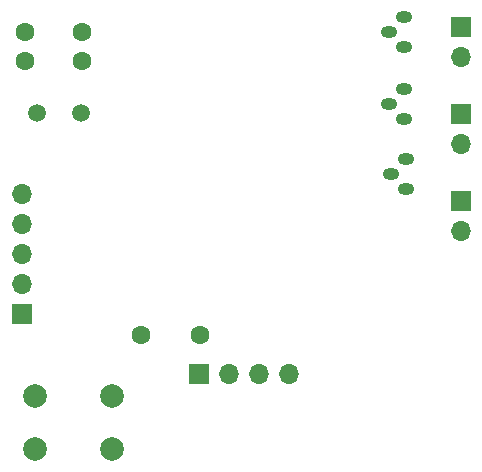
<source format=gbr>
G04 #@! TF.FileFunction,Soldermask,Top*
%FSLAX46Y46*%
G04 Gerber Fmt 4.6, Leading zero omitted, Abs format (unit mm)*
G04 Created by KiCad (PCBNEW 4.0.7) date Fri Feb  9 23:36:38 2018*
%MOMM*%
%LPD*%
G01*
G04 APERTURE LIST*
%ADD10C,0.150000*%
%ADD11C,1.600000*%
%ADD12R,1.700000X1.700000*%
%ADD13O,1.700000X1.700000*%
%ADD14O,1.400000X1.000000*%
%ADD15C,2.000000*%
%ADD16C,1.500000*%
G04 APERTURE END LIST*
D10*
D11*
X104521000Y-64262000D03*
X99521000Y-64262000D03*
X89662000Y-38608000D03*
X89662000Y-41108000D03*
X94488000Y-38608000D03*
X94488000Y-41108000D03*
D12*
X104394000Y-67564000D03*
D13*
X106934000Y-67564000D03*
X109474000Y-67564000D03*
X112014000Y-67564000D03*
D12*
X89408000Y-62484000D03*
D13*
X89408000Y-59944000D03*
X89408000Y-57404000D03*
X89408000Y-54864000D03*
X89408000Y-52324000D03*
D12*
X126619000Y-38227000D03*
D13*
X126619000Y-40767000D03*
D12*
X126619000Y-45593000D03*
D13*
X126619000Y-48133000D03*
D12*
X126619000Y-52959000D03*
D13*
X126619000Y-55499000D03*
D14*
X120523000Y-38608000D03*
X121793000Y-37338000D03*
X121793000Y-39878000D03*
X120523000Y-44704000D03*
X121793000Y-43434000D03*
X121793000Y-45974000D03*
X120650000Y-50673000D03*
X121920000Y-49403000D03*
X121920000Y-51943000D03*
D15*
X97028000Y-69414000D03*
X97028000Y-73914000D03*
X90528000Y-69414000D03*
X90528000Y-73914000D03*
D16*
X90678000Y-45466000D03*
X94478000Y-45466000D03*
M02*

</source>
